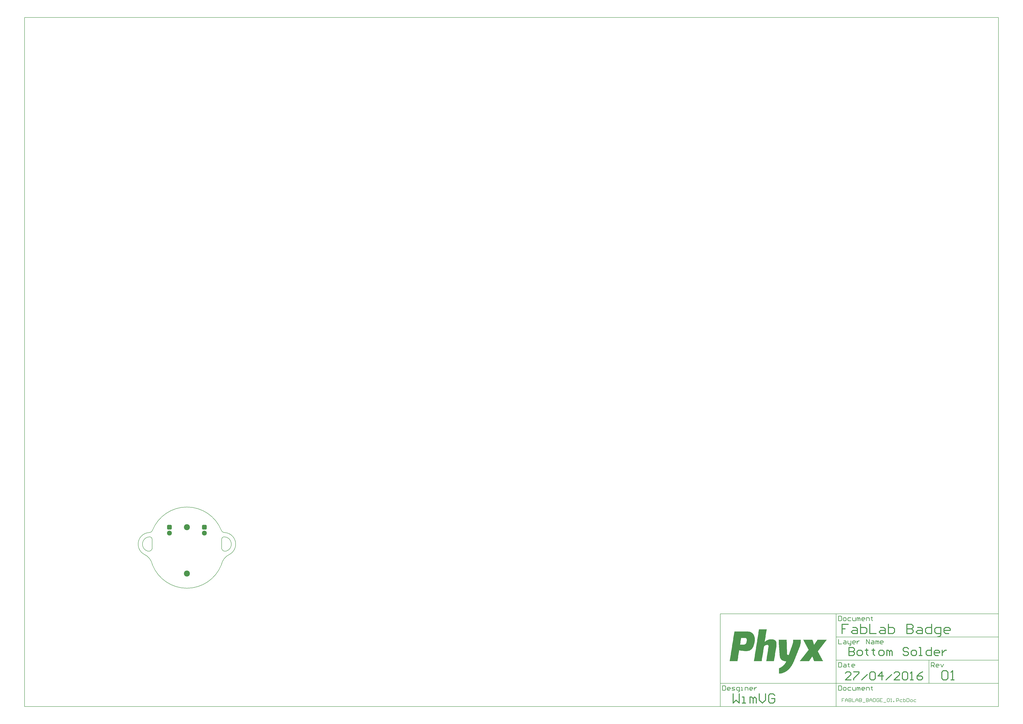
<source format=gbs>
G04 Layer_Color=16711935*
%FSLAX25Y25*%
%MOIN*%
G70*
G01*
G75*
%ADD12C,0.01575*%
%ADD13C,0.00787*%
%ADD14C,0.00984*%
G04:AMPARAMS|DCode=21|XSize=82.68mil|YSize=82.68mil|CornerRadius=21.65mil|HoleSize=0mil|Usage=FLASHONLY|Rotation=90.000|XOffset=0mil|YOffset=0mil|HoleType=Round|Shape=RoundedRectangle|*
%AMROUNDEDRECTD21*
21,1,0.08268,0.03937,0,0,90.0*
21,1,0.03937,0.08268,0,0,90.0*
1,1,0.04331,0.01969,0.01969*
1,1,0.04331,0.01969,-0.01969*
1,1,0.04331,-0.01969,-0.01969*
1,1,0.04331,-0.01969,0.01969*
%
%ADD21ROUNDEDRECTD21*%
%ADD22C,0.08268*%
%ADD23C,0.10236*%
G36*
X1042339Y-162457D02*
Y-162743D01*
Y-163030D01*
Y-163316D01*
Y-163602D01*
Y-163889D01*
Y-164175D01*
Y-164461D01*
Y-164748D01*
Y-165034D01*
Y-165320D01*
Y-165607D01*
Y-165893D01*
Y-166179D01*
Y-166466D01*
Y-166752D01*
Y-167038D01*
Y-167324D01*
Y-167611D01*
Y-167897D01*
Y-168183D01*
X1042053D01*
Y-168470D01*
Y-168756D01*
Y-169042D01*
Y-169329D01*
Y-169615D01*
X1041767D01*
Y-169901D01*
Y-170188D01*
Y-170474D01*
Y-170760D01*
X1041481D01*
Y-171047D01*
Y-171333D01*
Y-171619D01*
Y-171906D01*
X1041194D01*
Y-172192D01*
Y-172478D01*
Y-172764D01*
X1040908D01*
Y-173051D01*
Y-173337D01*
Y-173623D01*
X1040622D01*
Y-173910D01*
Y-174196D01*
Y-174482D01*
X1040335D01*
Y-174769D01*
Y-175055D01*
Y-175341D01*
X1040049D01*
Y-175628D01*
Y-175914D01*
X1039763D01*
Y-176200D01*
Y-176487D01*
X1039476D01*
Y-176773D01*
Y-177059D01*
Y-177345D01*
X1039190D01*
Y-177632D01*
Y-177918D01*
X1038904D01*
Y-178204D01*
Y-178491D01*
Y-178777D01*
X1038617D01*
Y-179063D01*
Y-179350D01*
X1038331D01*
Y-179636D01*
Y-179922D01*
Y-180209D01*
X1038045D01*
Y-180495D01*
Y-180781D01*
X1037758D01*
Y-181068D01*
Y-181354D01*
Y-181640D01*
X1037472D01*
Y-181926D01*
Y-182213D01*
X1037186D01*
Y-182499D01*
Y-182785D01*
Y-183072D01*
X1036899D01*
Y-183358D01*
Y-183644D01*
X1036613D01*
Y-183931D01*
Y-184217D01*
Y-184503D01*
X1036327D01*
Y-184790D01*
Y-185076D01*
X1036041D01*
Y-185362D01*
Y-185649D01*
Y-185935D01*
X1035754D01*
Y-186221D01*
Y-186507D01*
X1035468D01*
Y-186794D01*
Y-187080D01*
Y-187366D01*
X1035182D01*
Y-187653D01*
Y-187939D01*
X1034895D01*
Y-188225D01*
Y-188512D01*
Y-188798D01*
X1034609D01*
Y-189084D01*
Y-189371D01*
X1034323D01*
Y-189657D01*
Y-189943D01*
Y-190229D01*
X1034036D01*
Y-190516D01*
Y-190802D01*
X1033750D01*
Y-191088D01*
Y-191375D01*
Y-191661D01*
X1033464D01*
Y-191947D01*
Y-192234D01*
X1033177D01*
Y-192520D01*
Y-192806D01*
Y-193093D01*
X1032891D01*
Y-193379D01*
Y-193665D01*
X1032605D01*
Y-193952D01*
Y-194238D01*
Y-194524D01*
X1032318D01*
Y-194810D01*
Y-195097D01*
X1032032D01*
Y-195383D01*
Y-195669D01*
Y-195956D01*
X1031746D01*
Y-196242D01*
Y-196528D01*
X1031460D01*
Y-196815D01*
Y-197101D01*
Y-197387D01*
X1031173D01*
Y-197674D01*
Y-197960D01*
X1030887D01*
Y-198246D01*
Y-198533D01*
Y-198819D01*
X1030601D01*
Y-199105D01*
Y-199391D01*
X1030314D01*
Y-199678D01*
Y-199964D01*
X1030028D01*
Y-200251D01*
Y-200537D01*
X1029742D01*
Y-200823D01*
Y-201109D01*
Y-201396D01*
X1029455D01*
Y-201682D01*
X1029169D01*
Y-201968D01*
Y-202255D01*
Y-202541D01*
X1028883D01*
Y-202827D01*
X1028596D01*
Y-203114D01*
Y-203400D01*
X1028310D01*
Y-203686D01*
Y-203973D01*
X1028024D01*
Y-204259D01*
Y-204545D01*
X1027738D01*
Y-204832D01*
Y-205118D01*
X1027451D01*
Y-205404D01*
X1027165D01*
Y-205690D01*
Y-205977D01*
X1026879D01*
Y-206263D01*
Y-206549D01*
X1026592D01*
Y-206836D01*
X1026306D01*
Y-207122D01*
X1026020D01*
Y-207408D01*
Y-207695D01*
X1025733D01*
Y-207981D01*
X1025447D01*
Y-208267D01*
Y-208554D01*
X1025161D01*
Y-208840D01*
X1024874D01*
Y-209126D01*
X1024588D01*
Y-209413D01*
Y-209699D01*
X1024302D01*
Y-209985D01*
X1024015D01*
Y-210271D01*
X1023729D01*
Y-210558D01*
X1023443D01*
Y-210844D01*
X1023157D01*
Y-211130D01*
Y-211417D01*
X1022870D01*
Y-211703D01*
X1022584D01*
Y-211989D01*
X1022297D01*
Y-212276D01*
X1022011D01*
Y-212562D01*
X1021725D01*
Y-212848D01*
X1021439D01*
Y-213135D01*
X1021152D01*
Y-213421D01*
X1020580D01*
Y-213707D01*
X1020293D01*
Y-213994D01*
X1020007D01*
Y-214280D01*
X1019721D01*
Y-214566D01*
X1019434D01*
Y-214852D01*
X1018862D01*
Y-215139D01*
X1018575D01*
Y-215425D01*
X1018003D01*
Y-215711D01*
X1017717D01*
Y-215998D01*
X1017144D01*
Y-216284D01*
X1016858D01*
Y-216570D01*
X1016285D01*
Y-216857D01*
X1015712D01*
Y-217143D01*
X1015140D01*
Y-217429D01*
X1014567D01*
Y-217716D01*
X1013995D01*
Y-218002D01*
X1013136D01*
Y-218288D01*
X1012563D01*
Y-218575D01*
X1011704D01*
Y-218861D01*
X1010559D01*
Y-219147D01*
X1009414D01*
Y-219433D01*
X1007696D01*
Y-219720D01*
X1005691D01*
Y-220006D01*
X1005405D01*
Y-219720D01*
Y-219433D01*
Y-219147D01*
Y-218861D01*
Y-218575D01*
Y-218288D01*
Y-218002D01*
Y-217716D01*
Y-217429D01*
Y-217143D01*
Y-216857D01*
Y-216570D01*
Y-216284D01*
Y-215998D01*
Y-215711D01*
Y-215425D01*
Y-215139D01*
Y-214852D01*
Y-214566D01*
Y-214280D01*
Y-213994D01*
Y-213707D01*
Y-213421D01*
Y-213135D01*
Y-212848D01*
Y-212562D01*
Y-212276D01*
Y-211989D01*
Y-211703D01*
Y-211417D01*
Y-211130D01*
Y-210844D01*
Y-210558D01*
X1005978D01*
Y-210271D01*
X1006550D01*
Y-209985D01*
X1007123D01*
Y-209699D01*
X1007696D01*
Y-209413D01*
X1008268D01*
Y-209126D01*
X1008841D01*
Y-208840D01*
X1009127D01*
Y-208554D01*
X1009700D01*
Y-208267D01*
X1009986D01*
Y-207981D01*
X1010559D01*
Y-207695D01*
X1010845D01*
Y-207408D01*
X1011131D01*
Y-207122D01*
X1011704D01*
Y-206836D01*
X1011990D01*
Y-206549D01*
X1012277D01*
Y-206263D01*
X1012563D01*
Y-205977D01*
X1012849D01*
Y-205690D01*
X1013136D01*
Y-205404D01*
X1013422D01*
Y-205118D01*
X1013708D01*
Y-204832D01*
X1013995D01*
Y-204545D01*
X1014281D01*
Y-204259D01*
X1014567D01*
Y-203973D01*
X1014853D01*
Y-203686D01*
Y-203400D01*
X1015140D01*
Y-203114D01*
X1015426D01*
Y-202827D01*
X1015712D01*
Y-202541D01*
Y-202255D01*
X1015999D01*
Y-201968D01*
X1016285D01*
Y-201682D01*
Y-201396D01*
X1016571D01*
Y-201109D01*
Y-200823D01*
X1016858D01*
Y-200537D01*
X1017144D01*
Y-200251D01*
Y-199964D01*
X1017430D01*
Y-199678D01*
Y-199391D01*
X1017717D01*
Y-199105D01*
Y-198819D01*
X1015999D01*
Y-198533D01*
X1013995D01*
Y-198246D01*
X1012849D01*
Y-197960D01*
X1012277D01*
Y-197674D01*
X1011418D01*
Y-197387D01*
X1010845D01*
Y-197101D01*
X1010559D01*
Y-196815D01*
X1009986D01*
Y-196528D01*
X1009700D01*
Y-196242D01*
X1009414D01*
Y-195956D01*
X1009127D01*
Y-195669D01*
X1008841D01*
Y-195383D01*
X1008554D01*
Y-195097D01*
Y-194810D01*
X1008268D01*
Y-194524D01*
X1007982D01*
Y-194238D01*
Y-193952D01*
X1007696D01*
Y-193665D01*
Y-193379D01*
X1007409D01*
Y-193093D01*
Y-192806D01*
X1007123D01*
Y-192520D01*
Y-192234D01*
Y-191947D01*
X1006837D01*
Y-191661D01*
Y-191375D01*
Y-191088D01*
Y-190802D01*
X1006550D01*
Y-190516D01*
Y-190229D01*
Y-189943D01*
Y-189657D01*
Y-189371D01*
Y-189084D01*
Y-188798D01*
X1006264D01*
Y-188512D01*
Y-188225D01*
Y-187939D01*
Y-187653D01*
Y-187366D01*
Y-187080D01*
Y-186794D01*
Y-186507D01*
Y-186221D01*
Y-185935D01*
Y-185649D01*
Y-185362D01*
Y-185076D01*
Y-184790D01*
Y-184503D01*
X1005978D01*
Y-184217D01*
Y-183931D01*
Y-183644D01*
Y-183358D01*
Y-183072D01*
Y-182785D01*
Y-182499D01*
Y-182213D01*
Y-181926D01*
Y-181640D01*
Y-181354D01*
Y-181068D01*
Y-180781D01*
Y-180495D01*
Y-180209D01*
X1005691D01*
Y-179922D01*
Y-179636D01*
Y-179350D01*
Y-179063D01*
Y-178777D01*
Y-178491D01*
Y-178204D01*
Y-177918D01*
Y-177632D01*
Y-177345D01*
Y-177059D01*
Y-176773D01*
Y-176487D01*
Y-176200D01*
Y-175914D01*
Y-175628D01*
X1005405D01*
Y-175341D01*
Y-175055D01*
Y-174769D01*
Y-174482D01*
Y-174196D01*
Y-173910D01*
Y-173623D01*
Y-173337D01*
Y-173051D01*
Y-172764D01*
Y-172478D01*
Y-172192D01*
Y-171906D01*
Y-171619D01*
Y-171333D01*
Y-171047D01*
X1005119D01*
Y-170760D01*
Y-170474D01*
Y-170188D01*
Y-169901D01*
Y-169615D01*
Y-169329D01*
Y-169042D01*
Y-168756D01*
Y-168470D01*
Y-168183D01*
Y-167897D01*
Y-167611D01*
Y-167324D01*
Y-167038D01*
X1004832D01*
Y-166752D01*
Y-166466D01*
Y-166179D01*
Y-165893D01*
Y-165607D01*
Y-165320D01*
Y-165034D01*
Y-164748D01*
Y-164461D01*
Y-164175D01*
Y-163889D01*
Y-163602D01*
Y-163316D01*
Y-163030D01*
Y-162743D01*
Y-162457D01*
X1004546D01*
Y-162171D01*
X1018289D01*
Y-162457D01*
Y-162743D01*
Y-163030D01*
Y-163316D01*
Y-163602D01*
Y-163889D01*
Y-164175D01*
Y-164461D01*
Y-164748D01*
Y-165034D01*
Y-165320D01*
Y-165607D01*
Y-165893D01*
Y-166179D01*
X1018575D01*
Y-166466D01*
Y-166752D01*
Y-167038D01*
Y-167324D01*
Y-167611D01*
Y-167897D01*
Y-168183D01*
Y-168470D01*
Y-168756D01*
Y-169042D01*
Y-169329D01*
Y-169615D01*
Y-169901D01*
Y-170188D01*
Y-170474D01*
Y-170760D01*
Y-171047D01*
Y-171333D01*
Y-171619D01*
Y-171906D01*
Y-172192D01*
Y-172478D01*
Y-172764D01*
Y-173051D01*
Y-173337D01*
Y-173623D01*
Y-173910D01*
Y-174196D01*
Y-174482D01*
Y-174769D01*
Y-175055D01*
Y-175341D01*
Y-175628D01*
Y-175914D01*
Y-176200D01*
Y-176487D01*
Y-176773D01*
Y-177059D01*
Y-177345D01*
Y-177632D01*
Y-177918D01*
X1018862D01*
Y-178204D01*
X1018575D01*
Y-178491D01*
Y-178777D01*
X1018862D01*
Y-179063D01*
Y-179350D01*
Y-179636D01*
Y-179922D01*
Y-180209D01*
Y-180495D01*
Y-180781D01*
Y-181068D01*
Y-181354D01*
Y-181640D01*
Y-181926D01*
Y-182213D01*
Y-182499D01*
Y-182785D01*
Y-183072D01*
Y-183358D01*
Y-183644D01*
Y-183931D01*
Y-184217D01*
Y-184503D01*
Y-184790D01*
Y-185076D01*
Y-185362D01*
Y-185649D01*
Y-185935D01*
Y-186221D01*
X1019148D01*
Y-186507D01*
Y-186794D01*
Y-187080D01*
X1019434D01*
Y-187366D01*
X1019721D01*
Y-187653D01*
X1020007D01*
Y-187939D01*
X1020866D01*
Y-188225D01*
X1021725D01*
Y-187939D01*
X1022011D01*
Y-187653D01*
Y-187366D01*
Y-187080D01*
X1022297D01*
Y-186794D01*
Y-186507D01*
X1022584D01*
Y-186221D01*
Y-185935D01*
Y-185649D01*
X1022870D01*
Y-185362D01*
Y-185076D01*
Y-184790D01*
X1023157D01*
Y-184503D01*
Y-184217D01*
Y-183931D01*
X1023443D01*
Y-183644D01*
Y-183358D01*
Y-183072D01*
X1023729D01*
Y-182785D01*
Y-182499D01*
X1024015D01*
Y-182213D01*
Y-181926D01*
Y-181640D01*
X1024302D01*
Y-181354D01*
Y-181068D01*
Y-180781D01*
X1024588D01*
Y-180495D01*
Y-180209D01*
Y-179922D01*
X1024874D01*
Y-179636D01*
Y-179350D01*
X1025161D01*
Y-179063D01*
Y-178777D01*
Y-178491D01*
X1025447D01*
Y-178204D01*
Y-177918D01*
Y-177632D01*
X1025733D01*
Y-177345D01*
Y-177059D01*
Y-176773D01*
X1026020D01*
Y-176487D01*
Y-176200D01*
X1026306D01*
Y-175914D01*
Y-175628D01*
Y-175341D01*
X1026592D01*
Y-175055D01*
Y-174769D01*
Y-174482D01*
X1026879D01*
Y-174196D01*
Y-173910D01*
Y-173623D01*
X1027165D01*
Y-173337D01*
Y-173051D01*
X1027451D01*
Y-172764D01*
Y-172478D01*
Y-172192D01*
X1027738D01*
Y-171906D01*
Y-171619D01*
Y-171333D01*
X1028024D01*
Y-171047D01*
Y-170760D01*
Y-170474D01*
X1028310D01*
Y-170188D01*
Y-169901D01*
Y-169615D01*
Y-169329D01*
X1028596D01*
Y-169042D01*
Y-168756D01*
Y-168470D01*
Y-168183D01*
X1028883D01*
Y-167897D01*
Y-167611D01*
Y-167324D01*
Y-167038D01*
Y-166752D01*
X1029169D01*
Y-166466D01*
Y-166179D01*
Y-165893D01*
Y-165607D01*
Y-165320D01*
Y-165034D01*
X1029455D01*
Y-164748D01*
Y-164461D01*
Y-164175D01*
Y-163889D01*
Y-163602D01*
Y-163316D01*
Y-163030D01*
Y-162743D01*
Y-162457D01*
Y-162171D01*
X1042339D01*
Y-162457D01*
D02*
G37*
G36*
X984504Y-144992D02*
Y-145278D01*
X984218D01*
Y-145565D01*
Y-145851D01*
Y-146137D01*
Y-146424D01*
Y-146710D01*
Y-146996D01*
X983932D01*
Y-147283D01*
Y-147569D01*
Y-147855D01*
Y-148142D01*
Y-148428D01*
Y-148714D01*
X983645D01*
Y-149001D01*
Y-149287D01*
Y-149573D01*
Y-149859D01*
Y-150146D01*
Y-150432D01*
Y-150718D01*
X983359D01*
Y-151005D01*
Y-151291D01*
Y-151577D01*
Y-151864D01*
Y-152150D01*
Y-152436D01*
X983073D01*
Y-152723D01*
Y-153009D01*
Y-153295D01*
Y-153582D01*
Y-153868D01*
Y-154154D01*
X982786D01*
Y-154440D01*
Y-154727D01*
Y-155013D01*
Y-155299D01*
Y-155586D01*
Y-155872D01*
Y-156158D01*
X982500D01*
Y-156445D01*
Y-156731D01*
Y-157017D01*
Y-157304D01*
Y-157590D01*
Y-157876D01*
X982214D01*
Y-158162D01*
Y-158449D01*
Y-158735D01*
Y-159021D01*
Y-159308D01*
Y-159594D01*
X981927D01*
Y-159880D01*
Y-160167D01*
Y-160453D01*
Y-160739D01*
Y-161026D01*
Y-161312D01*
X981641D01*
Y-161598D01*
Y-161884D01*
Y-162171D01*
Y-162457D01*
Y-162743D01*
Y-163030D01*
Y-163316D01*
X981355D01*
Y-163602D01*
Y-163889D01*
Y-164175D01*
Y-164461D01*
Y-164748D01*
Y-165034D01*
X981069D01*
Y-165320D01*
Y-165607D01*
X981641D01*
Y-165320D01*
X981927D01*
Y-165034D01*
X982214D01*
Y-164748D01*
X982786D01*
Y-164461D01*
X983073D01*
Y-164175D01*
X983359D01*
Y-163889D01*
X983932D01*
Y-163602D01*
X984504D01*
Y-163316D01*
X984791D01*
Y-163030D01*
X985363D01*
Y-162743D01*
X986222D01*
Y-162457D01*
X986795D01*
Y-162171D01*
X987654D01*
Y-161884D01*
X989085D01*
Y-161598D01*
X995384D01*
Y-161884D01*
X996529D01*
Y-162171D01*
X997388D01*
Y-162457D01*
X997961D01*
Y-162743D01*
X998247D01*
Y-163030D01*
X998820D01*
Y-163316D01*
X999106D01*
Y-163602D01*
X999393D01*
Y-163889D01*
X999679D01*
Y-164175D01*
X999965D01*
Y-164461D01*
Y-164748D01*
X1000251D01*
Y-165034D01*
Y-165320D01*
X1000538D01*
Y-165607D01*
Y-165893D01*
Y-166179D01*
X1000824D01*
Y-166466D01*
Y-166752D01*
Y-167038D01*
Y-167324D01*
X1001110D01*
Y-167611D01*
Y-167897D01*
Y-168183D01*
Y-168470D01*
Y-168756D01*
Y-169042D01*
Y-169329D01*
Y-169615D01*
Y-169901D01*
Y-170188D01*
Y-170474D01*
Y-170760D01*
Y-171047D01*
Y-171333D01*
Y-171619D01*
Y-171906D01*
Y-172192D01*
Y-172478D01*
X1000824D01*
Y-172764D01*
Y-173051D01*
Y-173337D01*
Y-173623D01*
Y-173910D01*
Y-174196D01*
Y-174482D01*
X1000538D01*
Y-174769D01*
Y-175055D01*
Y-175341D01*
Y-175628D01*
Y-175914D01*
Y-176200D01*
Y-176487D01*
X1000251D01*
Y-176773D01*
Y-177059D01*
Y-177345D01*
Y-177632D01*
Y-177918D01*
Y-178204D01*
X999965D01*
Y-178491D01*
Y-178777D01*
Y-179063D01*
Y-179350D01*
Y-179636D01*
Y-179922D01*
X999679D01*
Y-180209D01*
Y-180495D01*
Y-180781D01*
Y-181068D01*
Y-181354D01*
Y-181640D01*
X999393D01*
Y-181926D01*
Y-182213D01*
Y-182499D01*
Y-182785D01*
Y-183072D01*
Y-183358D01*
Y-183644D01*
X999106D01*
Y-183931D01*
Y-184217D01*
Y-184503D01*
Y-184790D01*
Y-185076D01*
Y-185362D01*
X998820D01*
Y-185649D01*
Y-185935D01*
Y-186221D01*
Y-186507D01*
Y-186794D01*
Y-187080D01*
X998534D01*
Y-187366D01*
Y-187653D01*
Y-187939D01*
Y-188225D01*
Y-188512D01*
Y-188798D01*
Y-189084D01*
X998247D01*
Y-189371D01*
Y-189657D01*
Y-189943D01*
Y-190229D01*
Y-190516D01*
Y-190802D01*
X997961D01*
Y-191088D01*
Y-191375D01*
Y-191661D01*
Y-191947D01*
Y-192234D01*
Y-192520D01*
X997675D01*
Y-192806D01*
Y-193093D01*
Y-193379D01*
Y-193665D01*
Y-193952D01*
Y-194238D01*
X997388D01*
Y-194524D01*
Y-194810D01*
Y-195097D01*
Y-195383D01*
Y-195669D01*
Y-195956D01*
Y-196242D01*
X997102D01*
Y-196528D01*
Y-196815D01*
Y-197101D01*
Y-197387D01*
Y-197674D01*
Y-197960D01*
X996816D01*
Y-198246D01*
Y-198533D01*
X983645D01*
Y-198246D01*
Y-197960D01*
X983932D01*
Y-197674D01*
Y-197387D01*
Y-197101D01*
Y-196815D01*
Y-196528D01*
Y-196242D01*
X984218D01*
Y-195956D01*
Y-195669D01*
Y-195383D01*
Y-195097D01*
Y-194810D01*
Y-194524D01*
Y-194238D01*
X984504D01*
Y-193952D01*
Y-193665D01*
Y-193379D01*
Y-193093D01*
Y-192806D01*
Y-192520D01*
X984791D01*
Y-192234D01*
Y-191947D01*
Y-191661D01*
Y-191375D01*
Y-191088D01*
Y-190802D01*
X985077D01*
Y-190516D01*
Y-190229D01*
Y-189943D01*
Y-189657D01*
Y-189371D01*
Y-189084D01*
Y-188798D01*
X985363D01*
Y-188512D01*
Y-188225D01*
Y-187939D01*
Y-187653D01*
Y-187366D01*
Y-187080D01*
X985649D01*
Y-186794D01*
Y-186507D01*
Y-186221D01*
Y-185935D01*
Y-185649D01*
Y-185362D01*
Y-185076D01*
X985936D01*
Y-184790D01*
Y-184503D01*
Y-184217D01*
Y-183931D01*
Y-183644D01*
Y-183358D01*
X986222D01*
Y-183072D01*
Y-182785D01*
Y-182499D01*
Y-182213D01*
Y-181926D01*
Y-181640D01*
X986508D01*
Y-181354D01*
Y-181068D01*
Y-180781D01*
Y-180495D01*
Y-180209D01*
Y-179922D01*
X986795D01*
Y-179636D01*
Y-179350D01*
Y-179063D01*
Y-178777D01*
Y-178491D01*
Y-178204D01*
Y-177918D01*
X987081D01*
Y-177632D01*
Y-177345D01*
Y-177059D01*
Y-176773D01*
Y-176487D01*
Y-176200D01*
X987367D01*
Y-175914D01*
Y-175628D01*
Y-175341D01*
Y-175055D01*
Y-174769D01*
Y-174482D01*
Y-174196D01*
X987654D01*
Y-173910D01*
Y-173623D01*
Y-173337D01*
Y-173051D01*
Y-172764D01*
Y-172478D01*
X987367D01*
Y-172192D01*
Y-171906D01*
X987081D01*
Y-171619D01*
X986795D01*
Y-171333D01*
X986222D01*
Y-171047D01*
X984504D01*
Y-171333D01*
X983073D01*
Y-171619D01*
X982214D01*
Y-171906D01*
X981641D01*
Y-172192D01*
X981355D01*
Y-172478D01*
X980782D01*
Y-172764D01*
X980496D01*
Y-173051D01*
X980210D01*
Y-173337D01*
Y-173623D01*
X979923D01*
Y-173910D01*
Y-174196D01*
Y-174482D01*
X979637D01*
Y-174769D01*
Y-175055D01*
Y-175341D01*
Y-175628D01*
Y-175914D01*
Y-176200D01*
X979351D01*
Y-176487D01*
Y-176773D01*
Y-177059D01*
Y-177345D01*
Y-177632D01*
Y-177918D01*
Y-178204D01*
X979064D01*
Y-178491D01*
Y-178777D01*
Y-179063D01*
Y-179350D01*
Y-179636D01*
Y-179922D01*
X978778D01*
Y-180209D01*
Y-180495D01*
Y-180781D01*
Y-181068D01*
Y-181354D01*
Y-181640D01*
X978492D01*
Y-181926D01*
Y-182213D01*
Y-182499D01*
Y-182785D01*
Y-183072D01*
Y-183358D01*
X978205D01*
Y-183644D01*
Y-183931D01*
Y-184217D01*
Y-184503D01*
Y-184790D01*
Y-185076D01*
Y-185362D01*
X977919D01*
Y-185649D01*
Y-185935D01*
Y-186221D01*
Y-186507D01*
Y-186794D01*
Y-187080D01*
X977633D01*
Y-187366D01*
Y-187653D01*
Y-187939D01*
Y-188225D01*
Y-188512D01*
Y-188798D01*
X977346D01*
Y-189084D01*
Y-189371D01*
Y-189657D01*
Y-189943D01*
Y-190229D01*
Y-190516D01*
Y-190802D01*
X977060D01*
Y-191088D01*
Y-191375D01*
Y-191661D01*
Y-191947D01*
Y-192234D01*
Y-192520D01*
X976774D01*
Y-192806D01*
Y-193093D01*
Y-193379D01*
Y-193665D01*
Y-193952D01*
Y-194238D01*
X976488D01*
Y-194524D01*
Y-194810D01*
Y-195097D01*
Y-195383D01*
Y-195669D01*
Y-195956D01*
X976201D01*
Y-196242D01*
Y-196528D01*
Y-196815D01*
Y-197101D01*
Y-197387D01*
Y-197674D01*
Y-197960D01*
X975915D01*
Y-198246D01*
Y-198533D01*
X962745D01*
Y-198246D01*
Y-197960D01*
X963031D01*
Y-197674D01*
Y-197387D01*
Y-197101D01*
Y-196815D01*
Y-196528D01*
Y-196242D01*
Y-195956D01*
X963317D01*
Y-195669D01*
Y-195383D01*
Y-195097D01*
Y-194810D01*
Y-194524D01*
Y-194238D01*
X963603D01*
Y-193952D01*
Y-193665D01*
Y-193379D01*
Y-193093D01*
Y-192806D01*
Y-192520D01*
X963890D01*
Y-192234D01*
Y-191947D01*
Y-191661D01*
Y-191375D01*
Y-191088D01*
Y-190802D01*
Y-190516D01*
X964176D01*
Y-190229D01*
Y-189943D01*
Y-189657D01*
Y-189371D01*
Y-189084D01*
Y-188798D01*
X964462D01*
Y-188512D01*
Y-188225D01*
Y-187939D01*
Y-187653D01*
Y-187366D01*
Y-187080D01*
X964749D01*
Y-186794D01*
Y-186507D01*
Y-186221D01*
Y-185935D01*
Y-185649D01*
Y-185362D01*
X965035D01*
Y-185076D01*
Y-184790D01*
Y-184503D01*
Y-184217D01*
Y-183931D01*
Y-183644D01*
Y-183358D01*
X965321D01*
Y-183072D01*
Y-182785D01*
Y-182499D01*
Y-182213D01*
Y-181926D01*
Y-181640D01*
X965608D01*
Y-181354D01*
Y-181068D01*
Y-180781D01*
Y-180495D01*
Y-180209D01*
Y-179922D01*
X965894D01*
Y-179636D01*
Y-179350D01*
Y-179063D01*
Y-178777D01*
Y-178491D01*
Y-178204D01*
Y-177918D01*
X966180D01*
Y-177632D01*
Y-177345D01*
Y-177059D01*
Y-176773D01*
Y-176487D01*
Y-176200D01*
X966467D01*
Y-175914D01*
Y-175628D01*
Y-175341D01*
Y-175055D01*
Y-174769D01*
Y-174482D01*
X966753D01*
Y-174196D01*
Y-173910D01*
Y-173623D01*
Y-173337D01*
Y-173051D01*
Y-172764D01*
X967039D01*
Y-172478D01*
Y-172192D01*
Y-171906D01*
Y-171619D01*
Y-171333D01*
Y-171047D01*
Y-170760D01*
X967325D01*
Y-170474D01*
Y-170188D01*
Y-169901D01*
Y-169615D01*
Y-169329D01*
Y-169042D01*
X967612D01*
Y-168756D01*
Y-168470D01*
Y-168183D01*
Y-167897D01*
Y-167611D01*
Y-167324D01*
X967898D01*
Y-167038D01*
Y-166752D01*
Y-166466D01*
Y-166179D01*
Y-165893D01*
Y-165607D01*
X968184D01*
Y-165320D01*
Y-165034D01*
Y-164748D01*
Y-164461D01*
Y-164175D01*
Y-163889D01*
Y-163602D01*
X968471D01*
Y-163316D01*
Y-163030D01*
Y-162743D01*
Y-162457D01*
Y-162171D01*
Y-161884D01*
X968757D01*
Y-161598D01*
Y-161312D01*
Y-161026D01*
Y-160739D01*
Y-160453D01*
Y-160167D01*
X969043D01*
Y-159880D01*
Y-159594D01*
Y-159308D01*
Y-159021D01*
Y-158735D01*
Y-158449D01*
Y-158162D01*
X969330D01*
Y-157876D01*
Y-157590D01*
Y-157304D01*
Y-157017D01*
Y-156731D01*
Y-156445D01*
X969616D01*
Y-156158D01*
Y-155872D01*
Y-155586D01*
Y-155299D01*
Y-155013D01*
Y-154727D01*
X969902D01*
Y-154440D01*
Y-154154D01*
Y-153868D01*
Y-153582D01*
Y-153295D01*
Y-153009D01*
X970189D01*
Y-152723D01*
Y-152436D01*
Y-152150D01*
Y-151864D01*
Y-151577D01*
Y-151291D01*
Y-151005D01*
X970475D01*
Y-150718D01*
Y-150432D01*
Y-150146D01*
Y-149859D01*
Y-149573D01*
Y-149287D01*
X970761D01*
Y-149001D01*
Y-148714D01*
Y-148428D01*
Y-148142D01*
Y-147855D01*
Y-147569D01*
X971047D01*
Y-147283D01*
Y-146996D01*
Y-146710D01*
Y-146424D01*
Y-146137D01*
Y-145851D01*
Y-145565D01*
X971334D01*
Y-145278D01*
Y-144992D01*
Y-144706D01*
X984504D01*
Y-144992D01*
D02*
G37*
G36*
X953296Y-148428D02*
X955014D01*
Y-148714D01*
X955873D01*
Y-149001D01*
X956732D01*
Y-149287D01*
X957591D01*
Y-149573D01*
X958164D01*
Y-149859D01*
X958450D01*
Y-150146D01*
X959022D01*
Y-150432D01*
X959309D01*
Y-150718D01*
X959881D01*
Y-151005D01*
X960168D01*
Y-151291D01*
X960454D01*
Y-151577D01*
X960740D01*
Y-151864D01*
X961027D01*
Y-152150D01*
X961313D01*
Y-152436D01*
X961599D01*
Y-152723D01*
Y-153009D01*
X961886D01*
Y-153295D01*
X962172D01*
Y-153582D01*
Y-153868D01*
X962458D01*
Y-154154D01*
X962745D01*
Y-154440D01*
Y-154727D01*
X963031D01*
Y-155013D01*
Y-155299D01*
Y-155586D01*
X963317D01*
Y-155872D01*
Y-156158D01*
Y-156445D01*
X963603D01*
Y-156731D01*
Y-157017D01*
Y-157304D01*
Y-157590D01*
X963890D01*
Y-157876D01*
Y-158162D01*
Y-158449D01*
Y-158735D01*
Y-159021D01*
X964176D01*
Y-159308D01*
Y-159594D01*
Y-159880D01*
Y-160167D01*
Y-160453D01*
Y-160739D01*
Y-161026D01*
Y-161312D01*
Y-161598D01*
Y-161884D01*
Y-162171D01*
Y-162457D01*
Y-162743D01*
Y-163030D01*
Y-163316D01*
Y-163602D01*
Y-163889D01*
Y-164175D01*
Y-164461D01*
Y-164748D01*
X963890D01*
Y-165034D01*
Y-165320D01*
Y-165607D01*
Y-165893D01*
Y-166179D01*
Y-166466D01*
Y-166752D01*
X963603D01*
Y-167038D01*
Y-167324D01*
Y-167611D01*
Y-167897D01*
Y-168183D01*
X963317D01*
Y-168470D01*
Y-168756D01*
Y-169042D01*
Y-169329D01*
Y-169615D01*
X963031D01*
Y-169901D01*
Y-170188D01*
Y-170474D01*
X962745D01*
Y-170760D01*
Y-171047D01*
Y-171333D01*
Y-171619D01*
X962458D01*
Y-171906D01*
Y-172192D01*
Y-172478D01*
X962172D01*
Y-172764D01*
Y-173051D01*
X961886D01*
Y-173337D01*
Y-173623D01*
Y-173910D01*
X961599D01*
Y-174196D01*
Y-174482D01*
X961313D01*
Y-174769D01*
Y-175055D01*
X961027D01*
Y-175341D01*
Y-175628D01*
X960740D01*
Y-175914D01*
X960454D01*
Y-176200D01*
Y-176487D01*
X960168D01*
Y-176773D01*
X959881D01*
Y-177059D01*
X959595D01*
Y-177345D01*
Y-177632D01*
X959309D01*
Y-177918D01*
X959022D01*
Y-178204D01*
X958736D01*
Y-178491D01*
X958450D01*
Y-178777D01*
X958164D01*
Y-179063D01*
X957591D01*
Y-179350D01*
X957304D01*
Y-179636D01*
X956732D01*
Y-179922D01*
X956446D01*
Y-180209D01*
X955873D01*
Y-180495D01*
X955014D01*
Y-180781D01*
X954155D01*
Y-181068D01*
X953296D01*
Y-181354D01*
X951578D01*
Y-181640D01*
X946425D01*
Y-181354D01*
X943848D01*
Y-181068D01*
X941844D01*
Y-180781D01*
X940412D01*
Y-180495D01*
X938980D01*
Y-180209D01*
X937549D01*
Y-180495D01*
Y-180781D01*
Y-181068D01*
Y-181354D01*
Y-181640D01*
Y-181926D01*
Y-182213D01*
X937263D01*
Y-182499D01*
Y-182785D01*
Y-183072D01*
Y-183358D01*
Y-183644D01*
Y-183931D01*
X936976D01*
Y-184217D01*
Y-184503D01*
Y-184790D01*
Y-185076D01*
Y-185362D01*
Y-185649D01*
X936690D01*
Y-185935D01*
Y-186221D01*
Y-186507D01*
Y-186794D01*
Y-187080D01*
Y-187366D01*
Y-187653D01*
X936404D01*
Y-187939D01*
Y-188225D01*
Y-188512D01*
Y-188798D01*
Y-189084D01*
Y-189371D01*
X936117D01*
Y-189657D01*
Y-189943D01*
Y-190229D01*
Y-190516D01*
Y-190802D01*
Y-191088D01*
X935831D01*
Y-191375D01*
Y-191661D01*
Y-191947D01*
Y-192234D01*
Y-192520D01*
Y-192806D01*
Y-193093D01*
X935545D01*
Y-193379D01*
Y-193665D01*
Y-193952D01*
Y-194238D01*
Y-194524D01*
Y-194810D01*
X935258D01*
Y-195097D01*
Y-195383D01*
Y-195669D01*
Y-195956D01*
Y-196242D01*
Y-196528D01*
X934972D01*
Y-196815D01*
Y-197101D01*
Y-197387D01*
Y-197674D01*
Y-197960D01*
Y-198246D01*
Y-198533D01*
X921515D01*
Y-198246D01*
X921802D01*
Y-197960D01*
Y-197674D01*
Y-197387D01*
Y-197101D01*
Y-196815D01*
X922088D01*
Y-196528D01*
Y-196242D01*
Y-195956D01*
Y-195669D01*
Y-195383D01*
Y-195097D01*
Y-194810D01*
X922374D01*
Y-194524D01*
Y-194238D01*
Y-193952D01*
Y-193665D01*
Y-193379D01*
Y-193093D01*
X922661D01*
Y-192806D01*
Y-192520D01*
Y-192234D01*
Y-191947D01*
Y-191661D01*
Y-191375D01*
X922947D01*
Y-191088D01*
Y-190802D01*
Y-190516D01*
Y-190229D01*
Y-189943D01*
Y-189657D01*
Y-189371D01*
X923233D01*
Y-189084D01*
Y-188798D01*
Y-188512D01*
Y-188225D01*
Y-187939D01*
Y-187653D01*
X923520D01*
Y-187366D01*
Y-187080D01*
Y-186794D01*
Y-186507D01*
Y-186221D01*
Y-185935D01*
X923806D01*
Y-185649D01*
Y-185362D01*
Y-185076D01*
Y-184790D01*
Y-184503D01*
Y-184217D01*
X924092D01*
Y-183931D01*
Y-183644D01*
Y-183358D01*
Y-183072D01*
Y-182785D01*
Y-182499D01*
Y-182213D01*
X924378D01*
Y-181926D01*
Y-181640D01*
Y-181354D01*
Y-181068D01*
Y-180781D01*
Y-180495D01*
X924665D01*
Y-180209D01*
Y-179922D01*
Y-179636D01*
Y-179350D01*
Y-179063D01*
Y-178777D01*
X924951D01*
Y-178491D01*
Y-178204D01*
Y-177918D01*
Y-177632D01*
Y-177345D01*
Y-177059D01*
X925237D01*
Y-176773D01*
Y-176487D01*
Y-176200D01*
Y-175914D01*
Y-175628D01*
Y-175341D01*
Y-175055D01*
X925524D01*
Y-174769D01*
Y-174482D01*
Y-174196D01*
Y-173910D01*
Y-173623D01*
Y-173337D01*
X925810D01*
Y-173051D01*
Y-172764D01*
Y-172478D01*
Y-172192D01*
Y-171906D01*
Y-171619D01*
X926096D01*
Y-171333D01*
Y-171047D01*
Y-170760D01*
Y-170474D01*
Y-170188D01*
Y-169901D01*
Y-169615D01*
X926383D01*
Y-169329D01*
Y-169042D01*
Y-168756D01*
Y-168470D01*
Y-168183D01*
Y-167897D01*
X926669D01*
Y-167611D01*
Y-167324D01*
Y-167038D01*
Y-166752D01*
Y-166466D01*
Y-166179D01*
X926955D01*
Y-165893D01*
Y-165607D01*
Y-165320D01*
Y-165034D01*
Y-164748D01*
Y-164461D01*
X927242D01*
Y-164175D01*
Y-163889D01*
Y-163602D01*
Y-163316D01*
Y-163030D01*
Y-162743D01*
Y-162457D01*
X927528D01*
Y-162171D01*
Y-161884D01*
Y-161598D01*
Y-161312D01*
Y-161026D01*
Y-160739D01*
X927814D01*
Y-160453D01*
Y-160167D01*
Y-159880D01*
Y-159594D01*
Y-159308D01*
Y-159021D01*
X928101D01*
Y-158735D01*
Y-158449D01*
Y-158162D01*
Y-157876D01*
Y-157590D01*
Y-157304D01*
Y-157017D01*
X928387D01*
Y-156731D01*
Y-156445D01*
Y-156158D01*
Y-155872D01*
Y-155586D01*
Y-155299D01*
X928673D01*
Y-155013D01*
Y-154727D01*
Y-154440D01*
Y-154154D01*
Y-153868D01*
Y-153582D01*
X928959D01*
Y-153295D01*
Y-153009D01*
Y-152723D01*
Y-152436D01*
Y-152150D01*
Y-151864D01*
Y-151577D01*
X929246D01*
Y-151291D01*
Y-151005D01*
Y-150718D01*
Y-150432D01*
Y-150146D01*
Y-149859D01*
X929532D01*
Y-149573D01*
Y-149287D01*
Y-149001D01*
Y-148714D01*
Y-148428D01*
Y-148142D01*
X953296D01*
Y-148428D01*
D02*
G37*
G36*
X1086432Y-162457D02*
X1086145D01*
Y-162743D01*
X1085859D01*
Y-163030D01*
Y-163316D01*
X1085573D01*
Y-163602D01*
X1085286D01*
Y-163889D01*
X1085000D01*
Y-164175D01*
Y-164461D01*
X1084714D01*
Y-164748D01*
X1084427D01*
Y-165034D01*
X1084141D01*
Y-165320D01*
X1083855D01*
Y-165607D01*
Y-165893D01*
X1083568D01*
Y-166179D01*
X1083282D01*
Y-166466D01*
X1082996D01*
Y-166752D01*
Y-167038D01*
X1082710D01*
Y-167324D01*
X1082423D01*
Y-167611D01*
X1082137D01*
Y-167897D01*
X1081851D01*
Y-168183D01*
Y-168470D01*
X1081564D01*
Y-168756D01*
X1081278D01*
Y-169042D01*
X1080992D01*
Y-169329D01*
Y-169615D01*
X1080705D01*
Y-169901D01*
X1080419D01*
Y-170188D01*
X1080133D01*
Y-170474D01*
Y-170760D01*
X1079846D01*
Y-171047D01*
X1079560D01*
Y-171333D01*
X1079274D01*
Y-171619D01*
X1078988D01*
Y-171906D01*
Y-172192D01*
X1078701D01*
Y-172478D01*
X1078415D01*
Y-172764D01*
X1078129D01*
Y-173051D01*
Y-173337D01*
X1077842D01*
Y-173623D01*
X1077556D01*
Y-173910D01*
X1077270D01*
Y-174196D01*
Y-174482D01*
X1076983D01*
Y-174769D01*
X1076697D01*
Y-175055D01*
X1076411D01*
Y-175341D01*
X1076124D01*
Y-175628D01*
Y-175914D01*
X1075838D01*
Y-176200D01*
X1075552D01*
Y-176487D01*
X1075265D01*
Y-176773D01*
Y-177059D01*
X1074979D01*
Y-177345D01*
X1074693D01*
Y-177632D01*
X1074407D01*
Y-177918D01*
Y-178204D01*
X1074120D01*
Y-178491D01*
X1073834D01*
Y-178777D01*
X1073547D01*
Y-179063D01*
X1073261D01*
Y-179350D01*
Y-179636D01*
X1072975D01*
Y-179922D01*
X1072689D01*
Y-180209D01*
X1072402D01*
Y-180495D01*
Y-180781D01*
X1072116D01*
Y-181068D01*
X1071830D01*
Y-181354D01*
X1071543D01*
Y-181640D01*
X1071257D01*
Y-181926D01*
Y-182213D01*
X1071543D01*
Y-182499D01*
Y-182785D01*
X1071830D01*
Y-183072D01*
Y-183358D01*
X1072116D01*
Y-183644D01*
X1072402D01*
Y-183931D01*
Y-184217D01*
X1072689D01*
Y-184503D01*
Y-184790D01*
X1072975D01*
Y-185076D01*
Y-185362D01*
X1073261D01*
Y-185649D01*
Y-185935D01*
X1073547D01*
Y-186221D01*
Y-186507D01*
X1073834D01*
Y-186794D01*
Y-187080D01*
X1074120D01*
Y-187366D01*
Y-187653D01*
X1074407D01*
Y-187939D01*
Y-188225D01*
X1074693D01*
Y-188512D01*
X1074979D01*
Y-188798D01*
Y-189084D01*
X1075265D01*
Y-189371D01*
Y-189657D01*
X1075552D01*
Y-189943D01*
Y-190229D01*
X1075838D01*
Y-190516D01*
Y-190802D01*
X1076124D01*
Y-191088D01*
Y-191375D01*
X1076411D01*
Y-191661D01*
Y-191947D01*
X1076697D01*
Y-192234D01*
Y-192520D01*
X1076983D01*
Y-192806D01*
X1077270D01*
Y-193093D01*
Y-193379D01*
X1077556D01*
Y-193665D01*
Y-193952D01*
X1077842D01*
Y-194238D01*
Y-194524D01*
X1078129D01*
Y-194810D01*
Y-195097D01*
X1078415D01*
Y-195383D01*
Y-195669D01*
X1078701D01*
Y-195956D01*
Y-196242D01*
X1078988D01*
Y-196528D01*
Y-196815D01*
X1079274D01*
Y-197101D01*
X1079560D01*
Y-197387D01*
Y-197674D01*
X1079846D01*
Y-197960D01*
Y-198246D01*
X1080133D01*
Y-198533D01*
X1064958D01*
Y-198246D01*
X1064672D01*
Y-197960D01*
Y-197674D01*
Y-197387D01*
X1064386D01*
Y-197101D01*
Y-196815D01*
Y-196528D01*
X1064099D01*
Y-196242D01*
Y-195956D01*
X1063813D01*
Y-195669D01*
Y-195383D01*
Y-195097D01*
X1063527D01*
Y-194810D01*
Y-194524D01*
Y-194238D01*
X1063240D01*
Y-193952D01*
Y-193665D01*
X1062954D01*
Y-193379D01*
Y-193093D01*
Y-192806D01*
X1062668D01*
Y-192520D01*
Y-192234D01*
Y-191947D01*
X1062381D01*
Y-191661D01*
Y-191375D01*
Y-191088D01*
X1062095D01*
Y-190802D01*
X1061522D01*
Y-191088D01*
Y-191375D01*
X1061236D01*
Y-191661D01*
X1060950D01*
Y-191947D01*
Y-192234D01*
X1060664D01*
Y-192520D01*
X1060377D01*
Y-192806D01*
Y-193093D01*
X1060091D01*
Y-193379D01*
X1059805D01*
Y-193665D01*
Y-193952D01*
X1059518D01*
Y-194238D01*
X1059232D01*
Y-194524D01*
X1058946D01*
Y-194810D01*
Y-195097D01*
X1058659D01*
Y-195383D01*
X1058373D01*
Y-195669D01*
Y-195956D01*
X1058087D01*
Y-196242D01*
X1057800D01*
Y-196528D01*
Y-196815D01*
X1057514D01*
Y-197101D01*
X1057228D01*
Y-197387D01*
Y-197674D01*
X1056941D01*
Y-197960D01*
X1056655D01*
Y-198246D01*
Y-198533D01*
X1040622D01*
Y-198246D01*
X1040908D01*
Y-197960D01*
X1041194D01*
Y-197674D01*
X1041481D01*
Y-197387D01*
X1041767D01*
Y-197101D01*
Y-196815D01*
X1042053D01*
Y-196528D01*
X1042339D01*
Y-196242D01*
X1042626D01*
Y-195956D01*
X1042912D01*
Y-195669D01*
Y-195383D01*
X1043198D01*
Y-195097D01*
X1043485D01*
Y-194810D01*
X1043771D01*
Y-194524D01*
Y-194238D01*
X1044057D01*
Y-193952D01*
X1044344D01*
Y-193665D01*
X1044630D01*
Y-193379D01*
X1044916D01*
Y-193093D01*
Y-192806D01*
X1045203D01*
Y-192520D01*
X1045489D01*
Y-192234D01*
X1045775D01*
Y-191947D01*
X1046062D01*
Y-191661D01*
Y-191375D01*
X1046348D01*
Y-191088D01*
X1046634D01*
Y-190802D01*
X1046920D01*
Y-190516D01*
Y-190229D01*
X1047207D01*
Y-189943D01*
X1047493D01*
Y-189657D01*
X1047779D01*
Y-189371D01*
X1048066D01*
Y-189084D01*
Y-188798D01*
X1048352D01*
Y-188512D01*
X1048638D01*
Y-188225D01*
X1048925D01*
Y-187939D01*
Y-187653D01*
X1049211D01*
Y-187366D01*
X1049497D01*
Y-187080D01*
X1049784D01*
Y-186794D01*
X1050070D01*
Y-186507D01*
Y-186221D01*
X1050356D01*
Y-185935D01*
X1050642D01*
Y-185649D01*
X1050929D01*
Y-185362D01*
Y-185076D01*
X1051215D01*
Y-184790D01*
X1051501D01*
Y-184503D01*
X1051788D01*
Y-184217D01*
X1052074D01*
Y-183931D01*
Y-183644D01*
X1052360D01*
Y-183358D01*
X1052647D01*
Y-183072D01*
X1052933D01*
Y-182785D01*
X1053219D01*
Y-182499D01*
Y-182213D01*
X1053506D01*
Y-181926D01*
X1053792D01*
Y-181640D01*
X1054078D01*
Y-181354D01*
Y-181068D01*
X1054365D01*
Y-180781D01*
X1054651D01*
Y-180495D01*
X1054937D01*
Y-180209D01*
X1055223D01*
Y-179922D01*
Y-179636D01*
X1055510D01*
Y-179350D01*
Y-179063D01*
Y-178777D01*
X1055223D01*
Y-178491D01*
X1054937D01*
Y-178204D01*
Y-177918D01*
X1054651D01*
Y-177632D01*
Y-177345D01*
X1054365D01*
Y-177059D01*
Y-176773D01*
X1054078D01*
Y-176487D01*
Y-176200D01*
X1053792D01*
Y-175914D01*
Y-175628D01*
X1053506D01*
Y-175341D01*
Y-175055D01*
X1053219D01*
Y-174769D01*
X1052933D01*
Y-174482D01*
Y-174196D01*
X1052647D01*
Y-173910D01*
Y-173623D01*
X1052360D01*
Y-173337D01*
Y-173051D01*
X1052074D01*
Y-172764D01*
Y-172478D01*
X1051788D01*
Y-172192D01*
Y-171906D01*
X1051501D01*
Y-171619D01*
Y-171333D01*
X1051215D01*
Y-171047D01*
X1050929D01*
Y-170760D01*
Y-170474D01*
X1050642D01*
Y-170188D01*
Y-169901D01*
X1050356D01*
Y-169615D01*
Y-169329D01*
X1050070D01*
Y-169042D01*
Y-168756D01*
X1049784D01*
Y-168470D01*
Y-168183D01*
X1049497D01*
Y-167897D01*
Y-167611D01*
X1049211D01*
Y-167324D01*
Y-167038D01*
X1048925D01*
Y-166752D01*
X1048638D01*
Y-166466D01*
Y-166179D01*
X1048352D01*
Y-165893D01*
Y-165607D01*
X1048066D01*
Y-165320D01*
Y-165034D01*
X1047779D01*
Y-164748D01*
Y-164461D01*
X1047493D01*
Y-164175D01*
Y-163889D01*
X1047207D01*
Y-163602D01*
Y-163316D01*
X1046920D01*
Y-163030D01*
X1046634D01*
Y-162743D01*
Y-162457D01*
X1046348D01*
Y-162171D01*
X1062095D01*
Y-162457D01*
X1062381D01*
Y-162743D01*
Y-163030D01*
Y-163316D01*
X1062668D01*
Y-163602D01*
Y-163889D01*
Y-164175D01*
X1062954D01*
Y-164461D01*
Y-164748D01*
Y-165034D01*
X1063240D01*
Y-165320D01*
Y-165607D01*
Y-165893D01*
X1063527D01*
Y-166179D01*
Y-166466D01*
Y-166752D01*
X1063813D01*
Y-167038D01*
Y-167324D01*
Y-167611D01*
X1064099D01*
Y-167897D01*
Y-168183D01*
Y-168470D01*
X1064386D01*
Y-168756D01*
Y-169042D01*
Y-169329D01*
X1064672D01*
Y-169615D01*
Y-169901D01*
Y-170188D01*
Y-170474D01*
X1065244D01*
Y-170188D01*
X1065531D01*
Y-169901D01*
X1065817D01*
Y-169615D01*
Y-169329D01*
X1066103D01*
Y-169042D01*
X1066390D01*
Y-168756D01*
Y-168470D01*
X1066676D01*
Y-168183D01*
X1066962D01*
Y-167897D01*
Y-167611D01*
X1067249D01*
Y-167324D01*
X1067535D01*
Y-167038D01*
Y-166752D01*
X1067821D01*
Y-166466D01*
X1068108D01*
Y-166179D01*
Y-165893D01*
X1068394D01*
Y-165607D01*
X1068680D01*
Y-165320D01*
Y-165034D01*
X1068966D01*
Y-164748D01*
X1069253D01*
Y-164461D01*
Y-164175D01*
X1069539D01*
Y-163889D01*
X1069825D01*
Y-163602D01*
Y-163316D01*
X1070112D01*
Y-163030D01*
X1070398D01*
Y-162743D01*
Y-162457D01*
X1070684D01*
Y-162171D01*
X1086432D01*
Y-162457D01*
D02*
G37*
%LPC*%
G36*
X949001Y-159308D02*
X940985D01*
Y-159594D01*
Y-159880D01*
Y-160167D01*
Y-160453D01*
Y-160739D01*
X940698D01*
Y-161026D01*
Y-161312D01*
Y-161598D01*
Y-161884D01*
Y-162171D01*
Y-162457D01*
X940412D01*
Y-162743D01*
Y-163030D01*
Y-163316D01*
Y-163602D01*
Y-163889D01*
Y-164175D01*
X940126D01*
Y-164461D01*
Y-164748D01*
Y-165034D01*
Y-165320D01*
Y-165607D01*
Y-165893D01*
X939839D01*
Y-166179D01*
Y-166466D01*
Y-166752D01*
Y-167038D01*
Y-167324D01*
Y-167611D01*
Y-167897D01*
X939553D01*
Y-168183D01*
Y-168470D01*
Y-168756D01*
Y-169042D01*
Y-169329D01*
Y-169615D01*
X939267D01*
Y-169901D01*
Y-170188D01*
Y-170474D01*
X946425D01*
Y-170188D01*
X947570D01*
Y-169901D01*
X948143D01*
Y-169615D01*
X948429D01*
Y-169329D01*
X948715D01*
Y-169042D01*
X949001D01*
Y-168756D01*
X949288D01*
Y-168470D01*
Y-168183D01*
X949574D01*
Y-167897D01*
Y-167611D01*
X949860D01*
Y-167324D01*
Y-167038D01*
X950147D01*
Y-166752D01*
Y-166466D01*
Y-166179D01*
Y-165893D01*
X950433D01*
Y-165607D01*
Y-165320D01*
Y-165034D01*
Y-164748D01*
Y-164461D01*
X950719D01*
Y-164175D01*
Y-163889D01*
Y-163602D01*
Y-163316D01*
Y-163030D01*
Y-162743D01*
Y-162457D01*
Y-162171D01*
Y-161884D01*
Y-161598D01*
Y-161312D01*
X950433D01*
Y-161026D01*
Y-160739D01*
X950147D01*
Y-160453D01*
Y-160167D01*
X949860D01*
Y-159880D01*
X949574D01*
Y-159594D01*
X949001D01*
Y-159308D01*
D02*
G37*
%LPD*%
D12*
X1124016Y-175201D02*
Y-188976D01*
X1130903D01*
X1133199Y-186680D01*
Y-184385D01*
X1130903Y-182089D01*
X1124016D01*
X1130903D01*
X1133199Y-179793D01*
Y-177497D01*
X1130903Y-175201D01*
X1124016D01*
X1140087Y-188976D02*
X1144678D01*
X1146974Y-186680D01*
Y-182089D01*
X1144678Y-179793D01*
X1140087D01*
X1137791Y-182089D01*
Y-186680D01*
X1140087Y-188976D01*
X1153862Y-177497D02*
Y-179793D01*
X1151566D01*
X1156158D01*
X1153862D01*
Y-186680D01*
X1156158Y-188976D01*
X1165341Y-177497D02*
Y-179793D01*
X1163045D01*
X1167637D01*
X1165341D01*
Y-186680D01*
X1167637Y-188976D01*
X1176820D02*
X1181412D01*
X1183708Y-186680D01*
Y-182089D01*
X1181412Y-179793D01*
X1176820D01*
X1174524Y-182089D01*
Y-186680D01*
X1176820Y-188976D01*
X1188299D02*
Y-179793D01*
X1190595D01*
X1192891Y-182089D01*
Y-188976D01*
Y-182089D01*
X1195187Y-179793D01*
X1197483Y-182089D01*
Y-188976D01*
X1225033Y-177497D02*
X1222737Y-175201D01*
X1218145D01*
X1215850Y-177497D01*
Y-179793D01*
X1218145Y-182089D01*
X1222737D01*
X1225033Y-184385D01*
Y-186680D01*
X1222737Y-188976D01*
X1218145D01*
X1215850Y-186680D01*
X1231921Y-188976D02*
X1236512D01*
X1238808Y-186680D01*
Y-182089D01*
X1236512Y-179793D01*
X1231921D01*
X1229625Y-182089D01*
Y-186680D01*
X1231921Y-188976D01*
X1243400D02*
X1247991D01*
X1245696D01*
Y-175201D01*
X1243400D01*
X1264062D02*
Y-188976D01*
X1257175D01*
X1254879Y-186680D01*
Y-182089D01*
X1257175Y-179793D01*
X1264062D01*
X1275542Y-188976D02*
X1270950D01*
X1268654Y-186680D01*
Y-182089D01*
X1270950Y-179793D01*
X1275542D01*
X1277837Y-182089D01*
Y-184385D01*
X1268654D01*
X1282429Y-179793D02*
Y-188976D01*
Y-184385D01*
X1284725Y-182089D01*
X1287021Y-179793D01*
X1289317D01*
X927165Y-253942D02*
Y-269685D01*
X932413Y-264437D01*
X937661Y-269685D01*
Y-253942D01*
X942908Y-269685D02*
X948156D01*
X945532D01*
Y-259190D01*
X942908D01*
X956027Y-269685D02*
Y-259190D01*
X958651D01*
X961275Y-261814D01*
Y-269685D01*
Y-261814D01*
X963899Y-259190D01*
X966523Y-261814D01*
Y-269685D01*
X971770Y-253942D02*
Y-264437D01*
X977018Y-269685D01*
X982266Y-264437D01*
Y-253942D01*
X998009Y-256566D02*
X995385Y-253942D01*
X990137D01*
X987513Y-256566D01*
Y-267061D01*
X990137Y-269685D01*
X995385D01*
X998009Y-267061D01*
Y-261814D01*
X992761D01*
X1281496Y-217196D02*
X1284120Y-214572D01*
X1289367D01*
X1291991Y-217196D01*
Y-227691D01*
X1289367Y-230315D01*
X1284120D01*
X1281496Y-227691D01*
Y-217196D01*
X1297239Y-230315D02*
X1302487D01*
X1299863D01*
Y-214572D01*
X1297239Y-217196D01*
X1127294Y-230315D02*
X1118110D01*
X1127294Y-221132D01*
Y-218836D01*
X1124998Y-216540D01*
X1120406D01*
X1118110Y-218836D01*
X1131885Y-216540D02*
X1141069D01*
Y-218836D01*
X1131885Y-228019D01*
Y-230315D01*
X1145660D02*
X1154844Y-221132D01*
X1159435Y-218836D02*
X1161731Y-216540D01*
X1166323D01*
X1168619Y-218836D01*
Y-228019D01*
X1166323Y-230315D01*
X1161731D01*
X1159435Y-228019D01*
Y-218836D01*
X1180098Y-230315D02*
Y-216540D01*
X1173211Y-223427D01*
X1182394D01*
X1186986Y-230315D02*
X1196169Y-221132D01*
X1209944Y-230315D02*
X1200761D01*
X1209944Y-221132D01*
Y-218836D01*
X1207648Y-216540D01*
X1203057D01*
X1200761Y-218836D01*
X1214536D02*
X1216832Y-216540D01*
X1221423D01*
X1223719Y-218836D01*
Y-228019D01*
X1221423Y-230315D01*
X1216832D01*
X1214536Y-228019D01*
Y-218836D01*
X1228311Y-230315D02*
X1232903D01*
X1230607D01*
Y-216540D01*
X1228311Y-218836D01*
X1248973Y-216540D02*
X1244382Y-218836D01*
X1239790Y-223427D01*
Y-228019D01*
X1242086Y-230315D01*
X1246678D01*
X1248973Y-228019D01*
Y-225723D01*
X1246678Y-223427D01*
X1239790D01*
X1122700Y-135832D02*
X1112205D01*
Y-143703D01*
X1117452D01*
X1112205D01*
Y-151575D01*
X1130571Y-141079D02*
X1135819D01*
X1138443Y-143703D01*
Y-151575D01*
X1130571D01*
X1127948Y-148951D01*
X1130571Y-146327D01*
X1138443D01*
X1143691Y-135832D02*
Y-151575D01*
X1151562D01*
X1154186Y-148951D01*
Y-146327D01*
Y-143703D01*
X1151562Y-141079D01*
X1143691D01*
X1159433Y-135832D02*
Y-151575D01*
X1169929D01*
X1177800Y-141079D02*
X1183048D01*
X1185672Y-143703D01*
Y-151575D01*
X1177800D01*
X1175177Y-148951D01*
X1177800Y-146327D01*
X1185672D01*
X1190919Y-135832D02*
Y-151575D01*
X1198791D01*
X1201415Y-148951D01*
Y-146327D01*
Y-143703D01*
X1198791Y-141079D01*
X1190919D01*
X1222405Y-135832D02*
Y-151575D01*
X1230277D01*
X1232901Y-148951D01*
Y-146327D01*
X1230277Y-143703D01*
X1222405D01*
X1230277D01*
X1232901Y-141079D01*
Y-138456D01*
X1230277Y-135832D01*
X1222405D01*
X1240772Y-141079D02*
X1246020D01*
X1248643Y-143703D01*
Y-151575D01*
X1240772D01*
X1238148Y-148951D01*
X1240772Y-146327D01*
X1248643D01*
X1264386Y-135832D02*
Y-151575D01*
X1256515D01*
X1253891Y-148951D01*
Y-143703D01*
X1256515Y-141079D01*
X1264386D01*
X1274882Y-156823D02*
X1277506D01*
X1280129Y-154199D01*
Y-141079D01*
X1272258D01*
X1269634Y-143703D01*
Y-148951D01*
X1272258Y-151575D01*
X1280129D01*
X1293248D02*
X1288001D01*
X1285377Y-148951D01*
Y-143703D01*
X1288001Y-141079D01*
X1293248D01*
X1295872Y-143703D01*
Y-146327D01*
X1285377D01*
D13*
X58405Y23597D02*
G03*
X-58405Y23597I-58405J-23597D01*
G01*
X58405D02*
G03*
X63113Y19670I5310J1580D01*
G01*
X-63113D02*
G03*
X-58405Y23597I-602J5507D01*
G01*
X-63115Y19685D02*
G03*
X-72958Y-17048I0J-19685D01*
G01*
X-58405Y-35408D02*
G03*
X58405Y-35408I58405J23597D01*
G01*
X-58405D02*
G03*
X-72958Y-17048I-24880J-4773D01*
G01*
X72958D02*
G03*
X58405Y-35408I10328J-23133D01*
G01*
X72958Y-17048D02*
G03*
X63115Y19685I-9843J17048D01*
G01*
X-62992Y12450D02*
G03*
X-66929Y-11811I0J-12450D01*
G01*
X-59055Y7874D02*
G03*
X-62992Y12450I-4256J319D01*
G01*
X-66929Y-11811D02*
G03*
X-59055Y-7874I1969J5906D01*
G01*
X59055D02*
G03*
X66929Y-11811I5906J1969D01*
G01*
X62992Y12450D02*
G03*
X59055Y7874I319J-4256D01*
G01*
X66929Y-11811D02*
G03*
X62992Y12450I-3937J11811D01*
G01*
X-59055Y-7874D02*
Y7874D01*
X59055Y-7874D02*
Y7874D01*
X1259842Y-236221D02*
Y-196850D01*
X1102362Y-157480D02*
X1377953D01*
X1102362Y-196850D02*
X1377953D01*
X905512Y-236221D02*
X1377953D01*
X905512Y-118110D02*
X1377953D01*
X905512Y-275590D02*
Y-118110D01*
X1102362Y-275590D02*
Y-118110D01*
X-275590Y893701D02*
X1377953D01*
Y-275590D02*
Y893701D01*
X-275590Y-275590D02*
Y893701D01*
Y-275590D02*
X1377953D01*
X1116140Y-261813D02*
X1112205D01*
Y-264765D01*
X1114173D01*
X1112205D01*
Y-267717D01*
X1118108D02*
Y-263781D01*
X1120076Y-261813D01*
X1122044Y-263781D01*
Y-267717D01*
Y-264765D01*
X1118108D01*
X1124012Y-261813D02*
Y-267717D01*
X1126964D01*
X1127948Y-266733D01*
Y-265749D01*
X1126964Y-264765D01*
X1124012D01*
X1126964D01*
X1127948Y-263781D01*
Y-262797D01*
X1126964Y-261813D01*
X1124012D01*
X1129916D02*
Y-267717D01*
X1133851D01*
X1135819D02*
Y-263781D01*
X1137787Y-261813D01*
X1139755Y-263781D01*
Y-267717D01*
Y-264765D01*
X1135819D01*
X1141723Y-261813D02*
Y-267717D01*
X1144674D01*
X1145658Y-266733D01*
Y-265749D01*
X1144674Y-264765D01*
X1141723D01*
X1144674D01*
X1145658Y-263781D01*
Y-262797D01*
X1144674Y-261813D01*
X1141723D01*
X1147626Y-268701D02*
X1151562D01*
X1153530Y-261813D02*
Y-267717D01*
X1156482D01*
X1157466Y-266733D01*
Y-265749D01*
X1156482Y-264765D01*
X1153530D01*
X1156482D01*
X1157466Y-263781D01*
Y-262797D01*
X1156482Y-261813D01*
X1153530D01*
X1159433Y-267717D02*
Y-263781D01*
X1161401Y-261813D01*
X1163369Y-263781D01*
Y-267717D01*
Y-264765D01*
X1159433D01*
X1165337Y-261813D02*
Y-267717D01*
X1168289D01*
X1169273Y-266733D01*
Y-262797D01*
X1168289Y-261813D01*
X1165337D01*
X1175176Y-262797D02*
X1174193Y-261813D01*
X1172225D01*
X1171241Y-262797D01*
Y-266733D01*
X1172225Y-267717D01*
X1174193D01*
X1175176Y-266733D01*
Y-264765D01*
X1173209D01*
X1181080Y-261813D02*
X1177144D01*
Y-267717D01*
X1181080D01*
X1177144Y-264765D02*
X1179112D01*
X1183048Y-268701D02*
X1186984D01*
X1188951Y-262797D02*
X1189935Y-261813D01*
X1191903D01*
X1192887Y-262797D01*
Y-266733D01*
X1191903Y-267717D01*
X1189935D01*
X1188951Y-266733D01*
Y-262797D01*
X1194855Y-267717D02*
X1196823D01*
X1195839D01*
Y-261813D01*
X1194855Y-262797D01*
X1199775Y-267717D02*
Y-266733D01*
X1200759D01*
Y-267717D01*
X1199775D01*
X1204694D02*
Y-261813D01*
X1207646D01*
X1208630Y-262797D01*
Y-264765D01*
X1207646Y-265749D01*
X1204694D01*
X1214534Y-263781D02*
X1211582D01*
X1210598Y-264765D01*
Y-266733D01*
X1211582Y-267717D01*
X1214534D01*
X1216502Y-261813D02*
Y-267717D01*
X1219454D01*
X1220437Y-266733D01*
Y-265749D01*
Y-264765D01*
X1219454Y-263781D01*
X1216502D01*
X1222405Y-261813D02*
Y-267717D01*
X1225357D01*
X1226341Y-266733D01*
Y-262797D01*
X1225357Y-261813D01*
X1222405D01*
X1229293Y-267717D02*
X1231261D01*
X1232245Y-266733D01*
Y-264765D01*
X1231261Y-263781D01*
X1229293D01*
X1228309Y-264765D01*
Y-266733D01*
X1229293Y-267717D01*
X1238148Y-263781D02*
X1235196D01*
X1234212Y-264765D01*
Y-266733D01*
X1235196Y-267717D01*
X1238148D01*
D14*
X1263780Y-208661D02*
Y-200790D01*
X1267715D01*
X1269027Y-202102D01*
Y-204726D01*
X1267715Y-206038D01*
X1263780D01*
X1266403D02*
X1269027Y-208661D01*
X1275587D02*
X1272963D01*
X1271651Y-207349D01*
Y-204726D01*
X1272963Y-203414D01*
X1275587D01*
X1276899Y-204726D01*
Y-206038D01*
X1271651D01*
X1279523Y-203414D02*
X1282146Y-208661D01*
X1284770Y-203414D01*
X909449Y-240160D02*
Y-248031D01*
X913385D01*
X914697Y-246720D01*
Y-241472D01*
X913385Y-240160D01*
X909449D01*
X921256Y-248031D02*
X918632D01*
X917320Y-246720D01*
Y-244096D01*
X918632Y-242784D01*
X921256D01*
X922568Y-244096D01*
Y-245408D01*
X917320D01*
X925192Y-248031D02*
X929128D01*
X930439Y-246720D01*
X929128Y-245408D01*
X926504D01*
X925192Y-244096D01*
X926504Y-242784D01*
X930439D01*
X935687Y-250655D02*
X936999D01*
X938311Y-249343D01*
Y-242784D01*
X934375D01*
X933063Y-244096D01*
Y-246720D01*
X934375Y-248031D01*
X938311D01*
X940935D02*
X943559D01*
X942247D01*
Y-242784D01*
X940935D01*
X947494Y-248031D02*
Y-242784D01*
X951430D01*
X952742Y-244096D01*
Y-248031D01*
X959301D02*
X956678D01*
X955366Y-246720D01*
Y-244096D01*
X956678Y-242784D01*
X959301D01*
X960613Y-244096D01*
Y-245408D01*
X955366D01*
X963237Y-242784D02*
Y-248031D01*
Y-245408D01*
X964549Y-244096D01*
X965861Y-242784D01*
X967173D01*
X1106299Y-122050D02*
Y-129921D01*
X1110235D01*
X1111547Y-128609D01*
Y-123362D01*
X1110235Y-122050D01*
X1106299D01*
X1115483Y-129921D02*
X1118106D01*
X1119418Y-128609D01*
Y-125986D01*
X1118106Y-124674D01*
X1115483D01*
X1114171Y-125986D01*
Y-128609D01*
X1115483Y-129921D01*
X1127290Y-124674D02*
X1123354D01*
X1122042Y-125986D01*
Y-128609D01*
X1123354Y-129921D01*
X1127290D01*
X1129914Y-124674D02*
Y-128609D01*
X1131226Y-129921D01*
X1135161D01*
Y-124674D01*
X1137785Y-129921D02*
Y-124674D01*
X1139097D01*
X1140409Y-125986D01*
Y-129921D01*
Y-125986D01*
X1141721Y-124674D01*
X1143033Y-125986D01*
Y-129921D01*
X1149592D02*
X1146968D01*
X1145657Y-128609D01*
Y-125986D01*
X1146968Y-124674D01*
X1149592D01*
X1150904Y-125986D01*
Y-127297D01*
X1145657D01*
X1153528Y-129921D02*
Y-124674D01*
X1157464D01*
X1158776Y-125986D01*
Y-129921D01*
X1162712Y-123362D02*
Y-124674D01*
X1161400D01*
X1164023D01*
X1162712D01*
Y-128609D01*
X1164023Y-129921D01*
X1106299Y-161420D02*
Y-169291D01*
X1111547D01*
X1115483Y-164044D02*
X1118106D01*
X1119418Y-165356D01*
Y-169291D01*
X1115483D01*
X1114171Y-167979D01*
X1115483Y-166667D01*
X1119418D01*
X1122042Y-164044D02*
Y-167979D01*
X1123354Y-169291D01*
X1127290D01*
Y-170603D01*
X1125978Y-171915D01*
X1124666D01*
X1127290Y-169291D02*
Y-164044D01*
X1133849Y-169291D02*
X1131226D01*
X1129914Y-167979D01*
Y-165356D01*
X1131226Y-164044D01*
X1133849D01*
X1135161Y-165356D01*
Y-166667D01*
X1129914D01*
X1137785Y-164044D02*
Y-169291D01*
Y-166667D01*
X1139097Y-165356D01*
X1140409Y-164044D01*
X1141721D01*
X1153528Y-169291D02*
Y-161420D01*
X1158776Y-169291D01*
Y-161420D01*
X1162712Y-164044D02*
X1165335D01*
X1166647Y-165356D01*
Y-169291D01*
X1162712D01*
X1161400Y-167979D01*
X1162712Y-166667D01*
X1166647D01*
X1169271Y-169291D02*
Y-164044D01*
X1170583D01*
X1171895Y-165356D01*
Y-169291D01*
Y-165356D01*
X1173207Y-164044D01*
X1174519Y-165356D01*
Y-169291D01*
X1181078D02*
X1178454D01*
X1177143Y-167979D01*
Y-165356D01*
X1178454Y-164044D01*
X1181078D01*
X1182390Y-165356D01*
Y-166667D01*
X1177143D01*
X1106299Y-200790D02*
Y-208661D01*
X1110235D01*
X1111547Y-207349D01*
Y-202102D01*
X1110235Y-200790D01*
X1106299D01*
X1115483Y-203414D02*
X1118106D01*
X1119418Y-204726D01*
Y-208661D01*
X1115483D01*
X1114171Y-207349D01*
X1115483Y-206038D01*
X1119418D01*
X1123354Y-202102D02*
Y-203414D01*
X1122042D01*
X1124666D01*
X1123354D01*
Y-207349D01*
X1124666Y-208661D01*
X1132537D02*
X1129914D01*
X1128602Y-207349D01*
Y-204726D01*
X1129914Y-203414D01*
X1132537D01*
X1133849Y-204726D01*
Y-206038D01*
X1128602D01*
X1106299Y-240160D02*
Y-248031D01*
X1110235D01*
X1111547Y-246720D01*
Y-241472D01*
X1110235Y-240160D01*
X1106299D01*
X1115483Y-248031D02*
X1118106D01*
X1119418Y-246720D01*
Y-244096D01*
X1118106Y-242784D01*
X1115483D01*
X1114171Y-244096D01*
Y-246720D01*
X1115483Y-248031D01*
X1127290Y-242784D02*
X1123354D01*
X1122042Y-244096D01*
Y-246720D01*
X1123354Y-248031D01*
X1127290D01*
X1129914Y-242784D02*
Y-246720D01*
X1131226Y-248031D01*
X1135161D01*
Y-242784D01*
X1137785Y-248031D02*
Y-242784D01*
X1139097D01*
X1140409Y-244096D01*
Y-248031D01*
Y-244096D01*
X1141721Y-242784D01*
X1143033Y-244096D01*
Y-248031D01*
X1149592D02*
X1146968D01*
X1145657Y-246720D01*
Y-244096D01*
X1146968Y-242784D01*
X1149592D01*
X1150904Y-244096D01*
Y-245408D01*
X1145657D01*
X1153528Y-248031D02*
Y-242784D01*
X1157464D01*
X1158776Y-244096D01*
Y-248031D01*
X1162712Y-241472D02*
Y-242784D01*
X1161400D01*
X1164023D01*
X1162712D01*
Y-246720D01*
X1164023Y-248031D01*
D21*
X29528Y28622D02*
D03*
X-29528D02*
D03*
D22*
X29528Y18622D02*
D03*
X-29528D02*
D03*
D23*
X0Y28740D02*
D03*
Y-50000D02*
D03*
M02*

</source>
